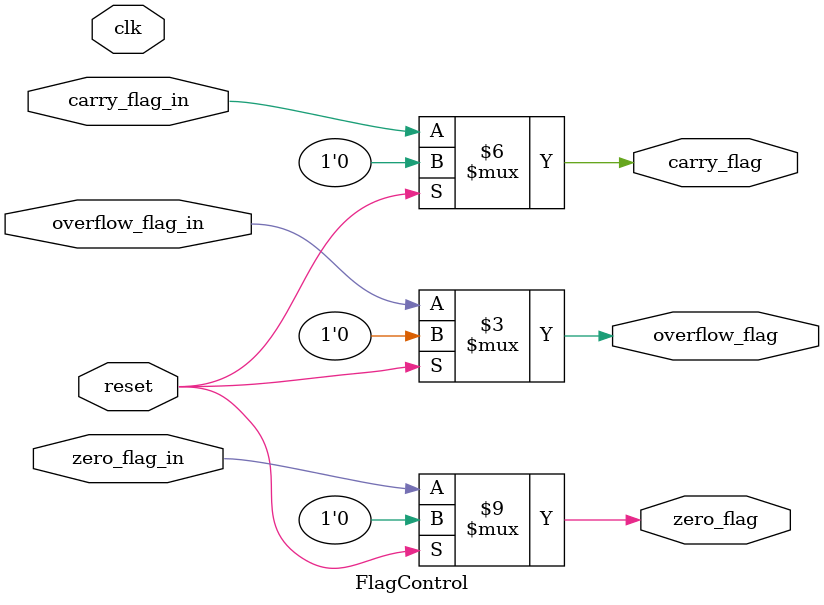
<source format=sv>
`define WORD_SIZE 8 

module BitInvert (
  input [`WORD_SIZE-1:0] reg_in,
  input [3:0] pos,
  output [`WORD_SIZE-1:0] reg_out
);
  
  wire [`WORD_SIZE:0] mask;
  assign mask = (1 << pos); // gera mascara com 1 na posição de interesse
  assign reg_out = reg_in ^ mask; // mascara aplica XOR na entrada 
  
endmodule

// Deslocamento e rotação de bits
module BitShiftRotate (
  input [7:0] reg_in, // registrador de entrada
  input shift_enable, // habilita o deslocamento
  input shift_dir, // 0 esquerda 1 direita
  input rotate_enable, // habilita a rotação
  input rotate_dir, // 0 esquerda 1 direita
  output reg [7:0] reg_out, // registrador de entrada
  output reg carry_flag // flag de carry (bit perdido)
);
  
  always @(*) begin
    if (shift_enable) begin
      if (shift_dir == 0) begin
        reg_out = reg_in << 1; 
        carry_flag = reg_in[`WORD_SIZE-1]; // bit mais significativo
      end else begin
        reg_out = reg_in >> 1;
        carry_flag = reg_in[0]; // bit menos significativo
      end
      
    end else if (rotate_enable) begin
      if (rotate_dir == 0) begin
        reg_out = {reg_in[`WORD_SIZE-2:0], reg_in[`WORD_SIZE-1]}; // {..., ...} concatena as duas partes
        carry_flag = reg_in[`WORD_SIZE-1]; // bit mais significativo vai para carry
      end else begin
        reg_out = {reg_in[0], reg_in[`WORD_SIZE-1:1]};
        carry_flag = reg_in[0]; // bit menos significativo vai para carry
      end
      
    end else begin
      reg_out = reg_in;
      carry_flag = 0;
      
    end
  end
endmodule

//Controle de flags
module FlagControl (
  input clk, reset, 
  input zero_flag_in, //zero flag gerada pela operação
  input carry_flag_in, // carry flag gerada pela operação
  input overflow_flag_in, // overflow flag gerada pela operação
  output reg zero_flag, // zero flag do sistema
  output reg carry_flag, // ------
  output reg overflow_flag // -----
);
  
  
  always @(reset) begin 
    if (reset) begin
      zero_flag <= 0;
      carry_flag <= 0;
      overflow_flag <= 0;
    end else begin
      // flags atualizadas com os valores de entrada
      zero_flag <= zero_flag_in;
      carry_flag <= carry_flag_in;
      overflow_flag <= overflow_flag_in;
    end
  end
endmodule

</source>
